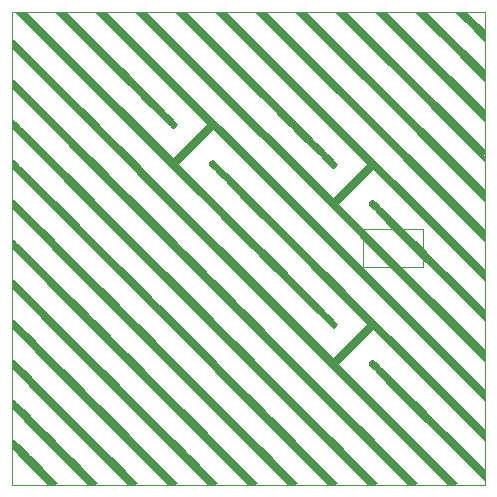
<source format=gbr>
G04 #@! TF.GenerationSoftware,KiCad,Pcbnew,(5.1.4)-1*
G04 #@! TF.CreationDate,2019-10-09T21:16:12+02:00*
G04 #@! TF.ProjectId,Front,46726f6e-742e-46b6-9963-61645f706362,rev?*
G04 #@! TF.SameCoordinates,Original*
G04 #@! TF.FileFunction,Legend,Bot*
G04 #@! TF.FilePolarity,Positive*
%FSLAX46Y46*%
G04 Gerber Fmt 4.6, Leading zero omitted, Abs format (unit mm)*
G04 Created by KiCad (PCBNEW (5.1.4)-1) date 2019-10-09 21:16:12*
%MOMM*%
%LPD*%
G04 APERTURE LIST*
%ADD10C,0.100000*%
%ADD11C,0.010000*%
G04 APERTURE END LIST*
D10*
X225200000Y-121400000D02*
X230300000Y-121400000D01*
X225200000Y-124600000D02*
X225200000Y-121400000D01*
X230300000Y-124600000D02*
X225200000Y-124600000D01*
X230300000Y-121400000D02*
X230300000Y-124600000D01*
X195500000Y-143000000D02*
X195500000Y-103000000D01*
X235500000Y-143000000D02*
X195500000Y-143000000D01*
X235500000Y-103000000D02*
X235500000Y-143000000D01*
X195500000Y-103000000D02*
X235500000Y-103000000D01*
D11*
G36*
X199076918Y-142919176D02*
G01*
X199221497Y-142888256D01*
X199244000Y-142867095D01*
X199186420Y-142792244D01*
X199025671Y-142617075D01*
X198779743Y-142359569D01*
X198466624Y-142037708D01*
X198104303Y-141669472D01*
X197710767Y-141272844D01*
X197304007Y-140865804D01*
X196902009Y-140466334D01*
X196522764Y-140092416D01*
X196184259Y-139762031D01*
X195904482Y-139493160D01*
X195701424Y-139303784D01*
X195593071Y-139211886D01*
X195581445Y-139206000D01*
X195544874Y-139281965D01*
X195522244Y-139475258D01*
X195518667Y-139609074D01*
X195518667Y-140012148D01*
X196980049Y-141471741D01*
X198441431Y-142931333D01*
X198842716Y-142931333D01*
X199076918Y-142919176D01*
X199076918Y-142919176D01*
G37*
X199076918Y-142919176D02*
X199221497Y-142888256D01*
X199244000Y-142867095D01*
X199186420Y-142792244D01*
X199025671Y-142617075D01*
X198779743Y-142359569D01*
X198466624Y-142037708D01*
X198104303Y-141669472D01*
X197710767Y-141272844D01*
X197304007Y-140865804D01*
X196902009Y-140466334D01*
X196522764Y-140092416D01*
X196184259Y-139762031D01*
X195904482Y-139493160D01*
X195701424Y-139303784D01*
X195593071Y-139211886D01*
X195581445Y-139206000D01*
X195544874Y-139281965D01*
X195522244Y-139475258D01*
X195518667Y-139609074D01*
X195518667Y-140012148D01*
X196980049Y-141471741D01*
X198441431Y-142931333D01*
X198842716Y-142931333D01*
X199076918Y-142919176D01*
G36*
X202463277Y-142919257D02*
G01*
X202608043Y-142888538D01*
X202630667Y-142867451D01*
X202572580Y-142796719D01*
X202406891Y-142619832D01*
X202146457Y-142349645D01*
X201804134Y-141999014D01*
X201392779Y-141580794D01*
X200925249Y-141107839D01*
X200414400Y-140593007D01*
X199873089Y-140049151D01*
X199314173Y-139489127D01*
X198750508Y-138925791D01*
X198194951Y-138371997D01*
X197660359Y-137840602D01*
X197159589Y-137344459D01*
X196705496Y-136896426D01*
X196310939Y-136509356D01*
X195988773Y-136196105D01*
X195751855Y-135969529D01*
X195613042Y-135842483D01*
X195581788Y-135819333D01*
X195544999Y-135895293D01*
X195522248Y-136088548D01*
X195518667Y-136221924D01*
X195518667Y-136624514D01*
X198672918Y-139777924D01*
X201827169Y-142931333D01*
X202228918Y-142931333D01*
X202463277Y-142919257D01*
X202463277Y-142919257D01*
G37*
X202463277Y-142919257D02*
X202608043Y-142888538D01*
X202630667Y-142867451D01*
X202572580Y-142796719D01*
X202406891Y-142619832D01*
X202146457Y-142349645D01*
X201804134Y-141999014D01*
X201392779Y-141580794D01*
X200925249Y-141107839D01*
X200414400Y-140593007D01*
X199873089Y-140049151D01*
X199314173Y-139489127D01*
X198750508Y-138925791D01*
X198194951Y-138371997D01*
X197660359Y-137840602D01*
X197159589Y-137344459D01*
X196705496Y-136896426D01*
X196310939Y-136509356D01*
X195988773Y-136196105D01*
X195751855Y-135969529D01*
X195613042Y-135842483D01*
X195581788Y-135819333D01*
X195544999Y-135895293D01*
X195522248Y-136088548D01*
X195518667Y-136221924D01*
X195518667Y-136624514D01*
X198672918Y-139777924D01*
X201827169Y-142931333D01*
X202228918Y-142931333D01*
X202463277Y-142919257D01*
G36*
X235481333Y-141788900D02*
G01*
X230803786Y-137110784D01*
X230064359Y-136372912D01*
X229357610Y-135670845D01*
X228692906Y-135013692D01*
X228079611Y-134410564D01*
X227527093Y-133870572D01*
X227044716Y-133402827D01*
X226641847Y-133016440D01*
X226327851Y-132720521D01*
X226112094Y-132524181D01*
X226003942Y-132436530D01*
X225994719Y-132432667D01*
X225820812Y-132488950D01*
X225761600Y-132534267D01*
X225670734Y-132697982D01*
X225660000Y-132767374D01*
X225718568Y-132846190D01*
X225888347Y-133035251D01*
X226160444Y-133325430D01*
X226525971Y-133707598D01*
X226976037Y-134172628D01*
X227501751Y-134711393D01*
X228094224Y-135314766D01*
X228744564Y-135973619D01*
X229443881Y-136678824D01*
X230183286Y-137421255D01*
X230570667Y-137809000D01*
X235481333Y-142719119D01*
X235481333Y-141788900D01*
X235481333Y-141788900D01*
G37*
X235481333Y-141788900D02*
X230803786Y-137110784D01*
X230064359Y-136372912D01*
X229357610Y-135670845D01*
X228692906Y-135013692D01*
X228079611Y-134410564D01*
X227527093Y-133870572D01*
X227044716Y-133402827D01*
X226641847Y-133016440D01*
X226327851Y-132720521D01*
X226112094Y-132524181D01*
X226003942Y-132436530D01*
X225994719Y-132432667D01*
X225820812Y-132488950D01*
X225761600Y-132534267D01*
X225670734Y-132697982D01*
X225660000Y-132767374D01*
X225718568Y-132846190D01*
X225888347Y-133035251D01*
X226160444Y-133325430D01*
X226525971Y-133707598D01*
X226976037Y-134172628D01*
X227501751Y-134711393D01*
X228094224Y-135314766D01*
X228744564Y-135973619D01*
X229443881Y-136678824D01*
X230183286Y-137421255D01*
X230570667Y-137809000D01*
X235481333Y-142719119D01*
X235481333Y-141788900D01*
G36*
X205849849Y-142919284D02*
G01*
X205994672Y-142888634D01*
X206017333Y-142867575D01*
X205958979Y-142798749D01*
X205790939Y-142621206D01*
X205523750Y-142345483D01*
X205167946Y-141982114D01*
X204734065Y-141541635D01*
X204232640Y-141034580D01*
X203674208Y-140471485D01*
X203069304Y-139862885D01*
X202428464Y-139219314D01*
X201762223Y-138551308D01*
X201081118Y-137869402D01*
X200395682Y-137184130D01*
X199716453Y-136506029D01*
X199053966Y-135845632D01*
X198418756Y-135213476D01*
X197821359Y-134620094D01*
X197272310Y-134076023D01*
X196782145Y-133591797D01*
X196361400Y-133177951D01*
X196020609Y-132845021D01*
X195770310Y-132603540D01*
X195621037Y-132464046D01*
X195581910Y-132432667D01*
X195545044Y-132508625D01*
X195522250Y-132701868D01*
X195518667Y-132835110D01*
X195518667Y-133237552D01*
X200366107Y-138084443D01*
X205213547Y-142931333D01*
X205615440Y-142931333D01*
X205849849Y-142919284D01*
X205849849Y-142919284D01*
G37*
X205849849Y-142919284D02*
X205994672Y-142888634D01*
X206017333Y-142867575D01*
X205958979Y-142798749D01*
X205790939Y-142621206D01*
X205523750Y-142345483D01*
X205167946Y-141982114D01*
X204734065Y-141541635D01*
X204232640Y-141034580D01*
X203674208Y-140471485D01*
X203069304Y-139862885D01*
X202428464Y-139219314D01*
X201762223Y-138551308D01*
X201081118Y-137869402D01*
X200395682Y-137184130D01*
X199716453Y-136506029D01*
X199053966Y-135845632D01*
X198418756Y-135213476D01*
X197821359Y-134620094D01*
X197272310Y-134076023D01*
X196782145Y-133591797D01*
X196361400Y-133177951D01*
X196020609Y-132845021D01*
X195770310Y-132603540D01*
X195621037Y-132464046D01*
X195581910Y-132432667D01*
X195545044Y-132508625D01*
X195522250Y-132701868D01*
X195518667Y-132835110D01*
X195518667Y-133237552D01*
X200366107Y-138084443D01*
X205213547Y-142931333D01*
X205615440Y-142931333D01*
X205849849Y-142919284D01*
G36*
X209236469Y-142919298D02*
G01*
X209381320Y-142888683D01*
X209404000Y-142867639D01*
X209345473Y-142799969D01*
X209175986Y-142622068D01*
X208904680Y-142343077D01*
X208540695Y-141972135D01*
X208093172Y-141518384D01*
X207571253Y-140990964D01*
X206984077Y-140399015D01*
X206340785Y-139751677D01*
X205650518Y-139058092D01*
X204922418Y-138327399D01*
X204165624Y-137568740D01*
X203389277Y-136791254D01*
X202602518Y-136004083D01*
X201814489Y-135216366D01*
X201034328Y-134437244D01*
X200271178Y-133675858D01*
X199534180Y-132941348D01*
X198832472Y-132242854D01*
X198175198Y-131589518D01*
X197571496Y-130990479D01*
X197030509Y-130454878D01*
X196561376Y-129991855D01*
X196173239Y-129610552D01*
X195875238Y-129320108D01*
X195676514Y-129129664D01*
X195586208Y-129048360D01*
X195581973Y-129046000D01*
X195545067Y-129121957D01*
X195522251Y-129315195D01*
X195518667Y-129448372D01*
X195518667Y-129850743D01*
X202059370Y-136391038D01*
X208600074Y-142931333D01*
X209002037Y-142931333D01*
X209236469Y-142919298D01*
X209236469Y-142919298D01*
G37*
X209236469Y-142919298D02*
X209381320Y-142888683D01*
X209404000Y-142867639D01*
X209345473Y-142799969D01*
X209175986Y-142622068D01*
X208904680Y-142343077D01*
X208540695Y-141972135D01*
X208093172Y-141518384D01*
X207571253Y-140990964D01*
X206984077Y-140399015D01*
X206340785Y-139751677D01*
X205650518Y-139058092D01*
X204922418Y-138327399D01*
X204165624Y-137568740D01*
X203389277Y-136791254D01*
X202602518Y-136004083D01*
X201814489Y-135216366D01*
X201034328Y-134437244D01*
X200271178Y-133675858D01*
X199534180Y-132941348D01*
X198832472Y-132242854D01*
X198175198Y-131589518D01*
X197571496Y-130990479D01*
X197030509Y-130454878D01*
X196561376Y-129991855D01*
X196173239Y-129610552D01*
X195875238Y-129320108D01*
X195676514Y-129129664D01*
X195586208Y-129048360D01*
X195581973Y-129046000D01*
X195545067Y-129121957D01*
X195522251Y-129315195D01*
X195518667Y-129448372D01*
X195518667Y-129850743D01*
X202059370Y-136391038D01*
X208600074Y-142931333D01*
X209002037Y-142931333D01*
X209236469Y-142919298D01*
G36*
X212623108Y-142919307D02*
G01*
X212767976Y-142888713D01*
X212790667Y-142867677D01*
X212732016Y-142800806D01*
X212561523Y-142622675D01*
X212287370Y-142341469D01*
X211917743Y-141965372D01*
X211460826Y-141502569D01*
X210924804Y-140961244D01*
X210317862Y-140349583D01*
X209648185Y-139675769D01*
X208923957Y-138947987D01*
X208153363Y-138174422D01*
X207344587Y-137363258D01*
X206505815Y-136522680D01*
X205645231Y-135660873D01*
X204771020Y-134786020D01*
X203891367Y-133906307D01*
X203014455Y-133029918D01*
X202148471Y-132165038D01*
X201301598Y-131319851D01*
X200482021Y-130502542D01*
X199697926Y-129721295D01*
X198957496Y-128984295D01*
X198268917Y-128299726D01*
X197640373Y-127675774D01*
X197080049Y-127120622D01*
X196596129Y-126642455D01*
X196196799Y-126249458D01*
X195890243Y-125949815D01*
X195684645Y-125751711D01*
X195588191Y-125663330D01*
X195582011Y-125659333D01*
X195545081Y-125735290D01*
X195522252Y-125928524D01*
X195518667Y-126061663D01*
X195518667Y-126463992D01*
X203752662Y-134697663D01*
X211986657Y-142931333D01*
X212388662Y-142931333D01*
X212623108Y-142919307D01*
X212623108Y-142919307D01*
G37*
X212623108Y-142919307D02*
X212767976Y-142888713D01*
X212790667Y-142867677D01*
X212732016Y-142800806D01*
X212561523Y-142622675D01*
X212287370Y-142341469D01*
X211917743Y-141965372D01*
X211460826Y-141502569D01*
X210924804Y-140961244D01*
X210317862Y-140349583D01*
X209648185Y-139675769D01*
X208923957Y-138947987D01*
X208153363Y-138174422D01*
X207344587Y-137363258D01*
X206505815Y-136522680D01*
X205645231Y-135660873D01*
X204771020Y-134786020D01*
X203891367Y-133906307D01*
X203014455Y-133029918D01*
X202148471Y-132165038D01*
X201301598Y-131319851D01*
X200482021Y-130502542D01*
X199697926Y-129721295D01*
X198957496Y-128984295D01*
X198268917Y-128299726D01*
X197640373Y-127675774D01*
X197080049Y-127120622D01*
X196596129Y-126642455D01*
X196196799Y-126249458D01*
X195890243Y-125949815D01*
X195684645Y-125751711D01*
X195588191Y-125663330D01*
X195582011Y-125659333D01*
X195545081Y-125735290D01*
X195522252Y-125928524D01*
X195518667Y-126061663D01*
X195518667Y-126463992D01*
X203752662Y-134697663D01*
X211986657Y-142931333D01*
X212388662Y-142931333D01*
X212623108Y-142919307D01*
G36*
X216009757Y-142919312D02*
G01*
X216154636Y-142888732D01*
X216177333Y-142867703D01*
X216118589Y-142801425D01*
X215947342Y-142623132D01*
X215671070Y-142340299D01*
X215297248Y-141960405D01*
X214833354Y-141490925D01*
X214286866Y-140939338D01*
X213665260Y-140313119D01*
X212976014Y-139619746D01*
X212226604Y-138866697D01*
X211424507Y-138061447D01*
X210577201Y-137211474D01*
X209692163Y-136324254D01*
X208776869Y-135407266D01*
X207838798Y-134467985D01*
X206885425Y-133513889D01*
X205924228Y-132552455D01*
X204962684Y-131591160D01*
X204008271Y-130637480D01*
X203068464Y-129698893D01*
X202150742Y-128782875D01*
X201262581Y-127896904D01*
X200411459Y-127048457D01*
X199604851Y-126245010D01*
X198850237Y-125494040D01*
X198155092Y-124803025D01*
X197526894Y-124179442D01*
X196973119Y-123630767D01*
X196501245Y-123164478D01*
X196118749Y-122788051D01*
X195833108Y-122508963D01*
X195651799Y-122334691D01*
X195582299Y-122272713D01*
X195582036Y-122272667D01*
X195545091Y-122348623D01*
X195522253Y-122541855D01*
X195518667Y-122674969D01*
X195518667Y-123077270D01*
X205445968Y-133004302D01*
X215373269Y-142931333D01*
X215775301Y-142931333D01*
X216009757Y-142919312D01*
X216009757Y-142919312D01*
G37*
X216009757Y-142919312D02*
X216154636Y-142888732D01*
X216177333Y-142867703D01*
X216118589Y-142801425D01*
X215947342Y-142623132D01*
X215671070Y-142340299D01*
X215297248Y-141960405D01*
X214833354Y-141490925D01*
X214286866Y-140939338D01*
X213665260Y-140313119D01*
X212976014Y-139619746D01*
X212226604Y-138866697D01*
X211424507Y-138061447D01*
X210577201Y-137211474D01*
X209692163Y-136324254D01*
X208776869Y-135407266D01*
X207838798Y-134467985D01*
X206885425Y-133513889D01*
X205924228Y-132552455D01*
X204962684Y-131591160D01*
X204008271Y-130637480D01*
X203068464Y-129698893D01*
X202150742Y-128782875D01*
X201262581Y-127896904D01*
X200411459Y-127048457D01*
X199604851Y-126245010D01*
X198850237Y-125494040D01*
X198155092Y-124803025D01*
X197526894Y-124179442D01*
X196973119Y-123630767D01*
X196501245Y-123164478D01*
X196118749Y-122788051D01*
X195833108Y-122508963D01*
X195651799Y-122334691D01*
X195582299Y-122272713D01*
X195582036Y-122272667D01*
X195545091Y-122348623D01*
X195522253Y-122541855D01*
X195518667Y-122674969D01*
X195518667Y-123077270D01*
X205445968Y-133004302D01*
X215373269Y-142931333D01*
X215775301Y-142931333D01*
X216009757Y-142919312D01*
G36*
X235481333Y-128242234D02*
G01*
X230803786Y-123564117D01*
X230064359Y-122826246D01*
X229357610Y-122124178D01*
X228692906Y-121467025D01*
X228079611Y-120863897D01*
X227527093Y-120323906D01*
X227044716Y-119856161D01*
X226641847Y-119469773D01*
X226327851Y-119173854D01*
X226112094Y-118977514D01*
X226003942Y-118889864D01*
X225994719Y-118886000D01*
X225820812Y-118942283D01*
X225761600Y-118987600D01*
X225670734Y-119151315D01*
X225660000Y-119220707D01*
X225718568Y-119299524D01*
X225888347Y-119488585D01*
X226160444Y-119778763D01*
X226525971Y-120160931D01*
X226976037Y-120625961D01*
X227501751Y-121164727D01*
X228094224Y-121768100D01*
X228744564Y-122426952D01*
X229443881Y-123132158D01*
X230183286Y-123874588D01*
X230570667Y-124262333D01*
X235481333Y-129172453D01*
X235481333Y-128242234D01*
X235481333Y-128242234D01*
G37*
X235481333Y-128242234D02*
X230803786Y-123564117D01*
X230064359Y-122826246D01*
X229357610Y-122124178D01*
X228692906Y-121467025D01*
X228079611Y-120863897D01*
X227527093Y-120323906D01*
X227044716Y-119856161D01*
X226641847Y-119469773D01*
X226327851Y-119173854D01*
X226112094Y-118977514D01*
X226003942Y-118889864D01*
X225994719Y-118886000D01*
X225820812Y-118942283D01*
X225761600Y-118987600D01*
X225670734Y-119151315D01*
X225660000Y-119220707D01*
X225718568Y-119299524D01*
X225888347Y-119488585D01*
X226160444Y-119778763D01*
X226525971Y-120160931D01*
X226976037Y-120625961D01*
X227501751Y-121164727D01*
X228094224Y-121768100D01*
X228744564Y-122426952D01*
X229443881Y-123132158D01*
X230183286Y-123874588D01*
X230570667Y-124262333D01*
X235481333Y-129172453D01*
X235481333Y-128242234D01*
G36*
X219396410Y-142919316D02*
G01*
X219541297Y-142888746D01*
X219564000Y-142867721D01*
X219505181Y-142801908D01*
X219333344Y-142623492D01*
X219055412Y-142339401D01*
X218678314Y-141956560D01*
X218208974Y-141481896D01*
X217654319Y-140922334D01*
X217021275Y-140284800D01*
X216316768Y-139576220D01*
X215547724Y-138803521D01*
X214721068Y-137973628D01*
X213843728Y-137093468D01*
X212922629Y-136169965D01*
X211964697Y-135210047D01*
X210976859Y-134220639D01*
X209966040Y-133208668D01*
X208939166Y-132181059D01*
X207903163Y-131144737D01*
X206864958Y-130106631D01*
X205831477Y-129073664D01*
X204809645Y-128052764D01*
X203806389Y-127050855D01*
X202828635Y-126074865D01*
X201883308Y-125131719D01*
X200977335Y-124228344D01*
X200117642Y-123371664D01*
X199311155Y-122568607D01*
X198564800Y-121826098D01*
X197885503Y-121151063D01*
X197280191Y-120550428D01*
X196755788Y-120031119D01*
X196319222Y-119600063D01*
X195977417Y-119264185D01*
X195737302Y-119030410D01*
X195605800Y-118905666D01*
X195582055Y-118886000D01*
X195545098Y-118961956D01*
X195522253Y-119155187D01*
X195518667Y-119288282D01*
X195518667Y-119690564D01*
X207139282Y-131310949D01*
X218759897Y-142931333D01*
X219161948Y-142931333D01*
X219396410Y-142919316D01*
X219396410Y-142919316D01*
G37*
X219396410Y-142919316D02*
X219541297Y-142888746D01*
X219564000Y-142867721D01*
X219505181Y-142801908D01*
X219333344Y-142623492D01*
X219055412Y-142339401D01*
X218678314Y-141956560D01*
X218208974Y-141481896D01*
X217654319Y-140922334D01*
X217021275Y-140284800D01*
X216316768Y-139576220D01*
X215547724Y-138803521D01*
X214721068Y-137973628D01*
X213843728Y-137093468D01*
X212922629Y-136169965D01*
X211964697Y-135210047D01*
X210976859Y-134220639D01*
X209966040Y-133208668D01*
X208939166Y-132181059D01*
X207903163Y-131144737D01*
X206864958Y-130106631D01*
X205831477Y-129073664D01*
X204809645Y-128052764D01*
X203806389Y-127050855D01*
X202828635Y-126074865D01*
X201883308Y-125131719D01*
X200977335Y-124228344D01*
X200117642Y-123371664D01*
X199311155Y-122568607D01*
X198564800Y-121826098D01*
X197885503Y-121151063D01*
X197280191Y-120550428D01*
X196755788Y-120031119D01*
X196319222Y-119600063D01*
X195977417Y-119264185D01*
X195737302Y-119030410D01*
X195605800Y-118905666D01*
X195582055Y-118886000D01*
X195545098Y-118961956D01*
X195522253Y-119155187D01*
X195518667Y-119288282D01*
X195518667Y-119690564D01*
X207139282Y-131310949D01*
X218759897Y-142931333D01*
X219161948Y-142931333D01*
X219396410Y-142919316D01*
G36*
X222782934Y-142919325D02*
G01*
X222927907Y-142888776D01*
X222950667Y-142867735D01*
X222891787Y-142802297D01*
X222719469Y-142623786D01*
X222440195Y-142338684D01*
X222060444Y-141953472D01*
X221586700Y-141474631D01*
X221025442Y-140908643D01*
X220383152Y-140261988D01*
X219666312Y-139541148D01*
X218881403Y-138752605D01*
X218034906Y-137902839D01*
X217133302Y-136998332D01*
X216183073Y-136045564D01*
X215190700Y-135051018D01*
X214162664Y-134021174D01*
X213105447Y-132962514D01*
X212025529Y-131881519D01*
X210929393Y-130784670D01*
X209823519Y-129678449D01*
X208714389Y-128569336D01*
X207608483Y-127463812D01*
X206512284Y-126368360D01*
X205432273Y-125289461D01*
X204374930Y-124233595D01*
X203346737Y-123207244D01*
X202354176Y-122216888D01*
X201403728Y-121269011D01*
X200501873Y-120370091D01*
X199655094Y-119526612D01*
X198869871Y-118745053D01*
X198152686Y-118031897D01*
X197510020Y-117393625D01*
X196948355Y-116836717D01*
X196474172Y-116367655D01*
X196093951Y-115992920D01*
X195814175Y-115718994D01*
X195641324Y-115552358D01*
X195582069Y-115499333D01*
X195545095Y-115575287D01*
X195522247Y-115768501D01*
X195518667Y-115901400D01*
X195518667Y-116303466D01*
X208832399Y-129617400D01*
X222146132Y-142931333D01*
X222548399Y-142931333D01*
X222782934Y-142919325D01*
X222782934Y-142919325D01*
G37*
X222782934Y-142919325D02*
X222927907Y-142888776D01*
X222950667Y-142867735D01*
X222891787Y-142802297D01*
X222719469Y-142623786D01*
X222440195Y-142338684D01*
X222060444Y-141953472D01*
X221586700Y-141474631D01*
X221025442Y-140908643D01*
X220383152Y-140261988D01*
X219666312Y-139541148D01*
X218881403Y-138752605D01*
X218034906Y-137902839D01*
X217133302Y-136998332D01*
X216183073Y-136045564D01*
X215190700Y-135051018D01*
X214162664Y-134021174D01*
X213105447Y-132962514D01*
X212025529Y-131881519D01*
X210929393Y-130784670D01*
X209823519Y-129678449D01*
X208714389Y-128569336D01*
X207608483Y-127463812D01*
X206512284Y-126368360D01*
X205432273Y-125289461D01*
X204374930Y-124233595D01*
X203346737Y-123207244D01*
X202354176Y-122216888D01*
X201403728Y-121269011D01*
X200501873Y-120370091D01*
X199655094Y-119526612D01*
X198869871Y-118745053D01*
X198152686Y-118031897D01*
X197510020Y-117393625D01*
X196948355Y-116836717D01*
X196474172Y-116367655D01*
X196093951Y-115992920D01*
X195814175Y-115718994D01*
X195641324Y-115552358D01*
X195582069Y-115499333D01*
X195545095Y-115575287D01*
X195522247Y-115768501D01*
X195518667Y-115901400D01*
X195518667Y-116303466D01*
X208832399Y-129617400D01*
X222146132Y-142931333D01*
X222548399Y-142931333D01*
X222782934Y-142919325D01*
G36*
X226169727Y-142919322D02*
G01*
X226314624Y-142888765D01*
X226337333Y-142867746D01*
X226278402Y-142802620D01*
X226105685Y-142624032D01*
X225825293Y-142338095D01*
X225443339Y-141950921D01*
X224965936Y-141468623D01*
X224399196Y-140897313D01*
X223749232Y-140243104D01*
X223022156Y-139512109D01*
X222224081Y-138710439D01*
X221361118Y-137844207D01*
X220439382Y-136919525D01*
X219464984Y-135942507D01*
X218444036Y-134919264D01*
X217382651Y-133855909D01*
X216286942Y-132758555D01*
X215163021Y-131633313D01*
X214017001Y-130486297D01*
X212854994Y-129323618D01*
X211683113Y-128151390D01*
X210507469Y-126975724D01*
X209334176Y-125802734D01*
X208169346Y-124638531D01*
X207019092Y-123489228D01*
X205889526Y-122360938D01*
X204786760Y-121259772D01*
X203716908Y-120191845D01*
X202686081Y-119163266D01*
X201700391Y-118180151D01*
X200765953Y-117248610D01*
X199888877Y-116374756D01*
X199075277Y-115564702D01*
X198331265Y-114824561D01*
X197662954Y-114160444D01*
X197076455Y-113578464D01*
X196577882Y-113084733D01*
X196173347Y-112685365D01*
X195868962Y-112386471D01*
X195670840Y-112194164D01*
X195585094Y-112114556D01*
X195582079Y-112112667D01*
X195545107Y-112188622D01*
X195522254Y-112381851D01*
X195518667Y-112514923D01*
X195518667Y-112917179D01*
X210525922Y-127924256D01*
X225533178Y-142931333D01*
X225935256Y-142931333D01*
X226169727Y-142919322D01*
X226169727Y-142919322D01*
G37*
X226169727Y-142919322D02*
X226314624Y-142888765D01*
X226337333Y-142867746D01*
X226278402Y-142802620D01*
X226105685Y-142624032D01*
X225825293Y-142338095D01*
X225443339Y-141950921D01*
X224965936Y-141468623D01*
X224399196Y-140897313D01*
X223749232Y-140243104D01*
X223022156Y-139512109D01*
X222224081Y-138710439D01*
X221361118Y-137844207D01*
X220439382Y-136919525D01*
X219464984Y-135942507D01*
X218444036Y-134919264D01*
X217382651Y-133855909D01*
X216286942Y-132758555D01*
X215163021Y-131633313D01*
X214017001Y-130486297D01*
X212854994Y-129323618D01*
X211683113Y-128151390D01*
X210507469Y-126975724D01*
X209334176Y-125802734D01*
X208169346Y-124638531D01*
X207019092Y-123489228D01*
X205889526Y-122360938D01*
X204786760Y-121259772D01*
X203716908Y-120191845D01*
X202686081Y-119163266D01*
X201700391Y-118180151D01*
X200765953Y-117248610D01*
X199888877Y-116374756D01*
X199075277Y-115564702D01*
X198331265Y-114824561D01*
X197662954Y-114160444D01*
X197076455Y-113578464D01*
X196577882Y-113084733D01*
X196173347Y-112685365D01*
X195868962Y-112386471D01*
X195670840Y-112194164D01*
X195585094Y-112114556D01*
X195582079Y-112112667D01*
X195545107Y-112188622D01*
X195522254Y-112381851D01*
X195518667Y-112514923D01*
X195518667Y-112917179D01*
X210525922Y-127924256D01*
X225533178Y-142931333D01*
X225935256Y-142931333D01*
X226169727Y-142919322D01*
G36*
X229556387Y-142919324D02*
G01*
X229701288Y-142888772D01*
X229724000Y-142867755D01*
X229665025Y-142802893D01*
X229491967Y-142624241D01*
X229210627Y-142337599D01*
X228826805Y-141948768D01*
X228346300Y-141463547D01*
X227774913Y-140887737D01*
X227118445Y-140227139D01*
X226382696Y-139487551D01*
X225573465Y-138674775D01*
X224696554Y-137794611D01*
X223757762Y-136852858D01*
X222762889Y-135855318D01*
X221717736Y-134807790D01*
X220628104Y-133716075D01*
X219499792Y-132585973D01*
X218338600Y-131423283D01*
X217150329Y-130233807D01*
X215940780Y-129023344D01*
X214715751Y-127797695D01*
X213481045Y-126562659D01*
X212242460Y-125324038D01*
X211005797Y-124087631D01*
X209776856Y-122859239D01*
X208561438Y-121644662D01*
X207365343Y-120449699D01*
X206194371Y-119280151D01*
X205054322Y-118141819D01*
X203950996Y-117040503D01*
X202890194Y-115982002D01*
X201877717Y-114972118D01*
X200919363Y-114016650D01*
X200020934Y-113121398D01*
X199188230Y-112292163D01*
X198427051Y-111534745D01*
X197743197Y-110854944D01*
X197142468Y-110258560D01*
X196630666Y-109751394D01*
X196213589Y-109339246D01*
X195897038Y-109027915D01*
X195686814Y-108823203D01*
X195588716Y-108730910D01*
X195582088Y-108726000D01*
X195545110Y-108801955D01*
X195522254Y-108995184D01*
X195518667Y-109128247D01*
X195518667Y-109530494D01*
X212219247Y-126230914D01*
X228919827Y-142931333D01*
X229321913Y-142931333D01*
X229556387Y-142919324D01*
X229556387Y-142919324D01*
G37*
X229556387Y-142919324D02*
X229701288Y-142888772D01*
X229724000Y-142867755D01*
X229665025Y-142802893D01*
X229491967Y-142624241D01*
X229210627Y-142337599D01*
X228826805Y-141948768D01*
X228346300Y-141463547D01*
X227774913Y-140887737D01*
X227118445Y-140227139D01*
X226382696Y-139487551D01*
X225573465Y-138674775D01*
X224696554Y-137794611D01*
X223757762Y-136852858D01*
X222762889Y-135855318D01*
X221717736Y-134807790D01*
X220628104Y-133716075D01*
X219499792Y-132585973D01*
X218338600Y-131423283D01*
X217150329Y-130233807D01*
X215940780Y-129023344D01*
X214715751Y-127797695D01*
X213481045Y-126562659D01*
X212242460Y-125324038D01*
X211005797Y-124087631D01*
X209776856Y-122859239D01*
X208561438Y-121644662D01*
X207365343Y-120449699D01*
X206194371Y-119280151D01*
X205054322Y-118141819D01*
X203950996Y-117040503D01*
X202890194Y-115982002D01*
X201877717Y-114972118D01*
X200919363Y-114016650D01*
X200020934Y-113121398D01*
X199188230Y-112292163D01*
X198427051Y-111534745D01*
X197743197Y-110854944D01*
X197142468Y-110258560D01*
X196630666Y-109751394D01*
X196213589Y-109339246D01*
X195897038Y-109027915D01*
X195686814Y-108823203D01*
X195588716Y-108730910D01*
X195582088Y-108726000D01*
X195545110Y-108801955D01*
X195522254Y-108995184D01*
X195518667Y-109128247D01*
X195518667Y-109530494D01*
X212219247Y-126230914D01*
X228919827Y-142931333D01*
X229321913Y-142931333D01*
X229556387Y-142919324D01*
G36*
X232942953Y-142919393D02*
G01*
X233087915Y-142889016D01*
X233110667Y-142868098D01*
X233052180Y-142799974D01*
X232882569Y-142621161D01*
X232610608Y-142340545D01*
X232245072Y-141967010D01*
X231794733Y-141509443D01*
X231268368Y-140976730D01*
X230674749Y-140377755D01*
X230022650Y-139721405D01*
X229320847Y-139016566D01*
X228578113Y-138272122D01*
X228094453Y-137788118D01*
X223078240Y-132771373D01*
X224538465Y-131311149D01*
X225998690Y-129850924D01*
X230740011Y-134591678D01*
X235481333Y-139332433D01*
X235481333Y-138401433D01*
X224030050Y-126950383D01*
X222867084Y-125788116D01*
X221735260Y-124658297D01*
X220640453Y-123566733D01*
X219588534Y-122519230D01*
X218585377Y-121521595D01*
X217636856Y-120579635D01*
X216748842Y-119699155D01*
X215927210Y-118885962D01*
X215177832Y-118145863D01*
X214506582Y-117484664D01*
X213919332Y-116908172D01*
X213421956Y-116422194D01*
X213020327Y-116032535D01*
X212720318Y-115745002D01*
X212527801Y-115565402D01*
X212448651Y-115499542D01*
X212447650Y-115499333D01*
X212252217Y-115572490D01*
X212127822Y-115746031D01*
X212113333Y-115833568D01*
X212172064Y-115909614D01*
X212343192Y-116097394D01*
X212619123Y-116389166D01*
X212992260Y-116777184D01*
X213455008Y-117253704D01*
X213999771Y-117810982D01*
X214618954Y-118441273D01*
X215304962Y-119136834D01*
X216050197Y-119889919D01*
X216847066Y-120692784D01*
X217687973Y-121537685D01*
X218565321Y-122416878D01*
X218822913Y-122674582D01*
X225532493Y-129384560D01*
X224072143Y-130844910D01*
X222611793Y-132305261D01*
X209128630Y-118822297D01*
X207866331Y-117560294D01*
X206635462Y-116330258D01*
X205441392Y-115137535D01*
X204289492Y-113987468D01*
X203185132Y-112885404D01*
X202133683Y-111836687D01*
X201140514Y-110846663D01*
X200210997Y-109920677D01*
X199350502Y-109064074D01*
X198564399Y-108282198D01*
X197858058Y-107580396D01*
X197236849Y-106964012D01*
X196706144Y-106438391D01*
X196271312Y-106008879D01*
X195937723Y-105680820D01*
X195710749Y-105459560D01*
X195595759Y-105350444D01*
X195582067Y-105339333D01*
X195545096Y-105415287D01*
X195522248Y-105608504D01*
X195518667Y-105741427D01*
X195518667Y-106143521D01*
X232306187Y-142931333D01*
X232708427Y-142931333D01*
X232942953Y-142919393D01*
X232942953Y-142919393D01*
G37*
X232942953Y-142919393D02*
X233087915Y-142889016D01*
X233110667Y-142868098D01*
X233052180Y-142799974D01*
X232882569Y-142621161D01*
X232610608Y-142340545D01*
X232245072Y-141967010D01*
X231794733Y-141509443D01*
X231268368Y-140976730D01*
X230674749Y-140377755D01*
X230022650Y-139721405D01*
X229320847Y-139016566D01*
X228578113Y-138272122D01*
X228094453Y-137788118D01*
X223078240Y-132771373D01*
X224538465Y-131311149D01*
X225998690Y-129850924D01*
X230740011Y-134591678D01*
X235481333Y-139332433D01*
X235481333Y-138401433D01*
X224030050Y-126950383D01*
X222867084Y-125788116D01*
X221735260Y-124658297D01*
X220640453Y-123566733D01*
X219588534Y-122519230D01*
X218585377Y-121521595D01*
X217636856Y-120579635D01*
X216748842Y-119699155D01*
X215927210Y-118885962D01*
X215177832Y-118145863D01*
X214506582Y-117484664D01*
X213919332Y-116908172D01*
X213421956Y-116422194D01*
X213020327Y-116032535D01*
X212720318Y-115745002D01*
X212527801Y-115565402D01*
X212448651Y-115499542D01*
X212447650Y-115499333D01*
X212252217Y-115572490D01*
X212127822Y-115746031D01*
X212113333Y-115833568D01*
X212172064Y-115909614D01*
X212343192Y-116097394D01*
X212619123Y-116389166D01*
X212992260Y-116777184D01*
X213455008Y-117253704D01*
X213999771Y-117810982D01*
X214618954Y-118441273D01*
X215304962Y-119136834D01*
X216050197Y-119889919D01*
X216847066Y-120692784D01*
X217687973Y-121537685D01*
X218565321Y-122416878D01*
X218822913Y-122674582D01*
X225532493Y-129384560D01*
X224072143Y-130844910D01*
X222611793Y-132305261D01*
X209128630Y-118822297D01*
X207866331Y-117560294D01*
X206635462Y-116330258D01*
X205441392Y-115137535D01*
X204289492Y-113987468D01*
X203185132Y-112885404D01*
X202133683Y-111836687D01*
X201140514Y-110846663D01*
X200210997Y-109920677D01*
X199350502Y-109064074D01*
X198564399Y-108282198D01*
X197858058Y-107580396D01*
X197236849Y-106964012D01*
X196706144Y-106438391D01*
X196271312Y-106008879D01*
X195937723Y-105680820D01*
X195710749Y-105459560D01*
X195595759Y-105350444D01*
X195582067Y-105339333D01*
X195545096Y-105415287D01*
X195522248Y-105608504D01*
X195518667Y-105741427D01*
X195518667Y-106143521D01*
X232306187Y-142931333D01*
X232708427Y-142931333D01*
X232942953Y-142919393D01*
G36*
X235465098Y-104987893D02*
G01*
X235491197Y-104548087D01*
X234704770Y-103758377D01*
X233918344Y-102968667D01*
X232985857Y-102968667D01*
X234212428Y-104198183D01*
X235439000Y-105427700D01*
X235465098Y-104987893D01*
X235465098Y-104987893D01*
G37*
X235465098Y-104987893D02*
X235491197Y-104548087D01*
X234704770Y-103758377D01*
X233918344Y-102968667D01*
X232985857Y-102968667D01*
X234212428Y-104198183D01*
X235439000Y-105427700D01*
X235465098Y-104987893D01*
G36*
X235465134Y-108372880D02*
G01*
X235491269Y-107932666D01*
X233010339Y-105450666D01*
X230529410Y-102968667D01*
X229597920Y-102968667D01*
X232518460Y-105890880D01*
X235439000Y-108813094D01*
X235465134Y-108372880D01*
X235465134Y-108372880D01*
G37*
X235465134Y-108372880D02*
X235491269Y-107932666D01*
X233010339Y-105450666D01*
X230529410Y-102968667D01*
X229597920Y-102968667D01*
X232518460Y-105890880D01*
X235439000Y-108813094D01*
X235465134Y-108372880D01*
G36*
X235465142Y-111759172D02*
G01*
X235491283Y-111318920D01*
X231316796Y-107143794D01*
X227142308Y-102968667D01*
X226210916Y-102968667D01*
X235439000Y-112199423D01*
X235465142Y-111759172D01*
X235465142Y-111759172D01*
G37*
X235465142Y-111759172D02*
X235491283Y-111318920D01*
X231316796Y-107143794D01*
X227142308Y-102968667D01*
X226210916Y-102968667D01*
X235439000Y-112199423D01*
X235465142Y-111759172D01*
G36*
X235491290Y-114705411D02*
G01*
X229623373Y-108837039D01*
X223755457Y-102968667D01*
X222824093Y-102968667D01*
X229131546Y-109277300D01*
X235439000Y-115585933D01*
X235491290Y-114705411D01*
X235491290Y-114705411D01*
G37*
X235491290Y-114705411D02*
X229623373Y-108837039D01*
X223755457Y-102968667D01*
X222824093Y-102968667D01*
X229131546Y-109277300D01*
X235439000Y-115585933D01*
X235491290Y-114705411D01*
G36*
X235465146Y-118532245D02*
G01*
X235491293Y-118091980D01*
X227929990Y-110530323D01*
X220368688Y-102968667D01*
X219437336Y-102968667D01*
X227438168Y-110970588D01*
X235439000Y-118972510D01*
X235465146Y-118532245D01*
X235465146Y-118532245D01*
G37*
X235465146Y-118532245D02*
X235491293Y-118091980D01*
X227929990Y-110530323D01*
X220368688Y-102968667D01*
X219437336Y-102968667D01*
X227438168Y-110970588D01*
X235439000Y-118972510D01*
X235465146Y-118532245D01*
G36*
X235465147Y-121918851D02*
G01*
X235491295Y-121478584D01*
X226236626Y-112223626D01*
X216981956Y-102968667D01*
X216050610Y-102968667D01*
X225744805Y-112663893D01*
X235439000Y-122359118D01*
X235465147Y-121918851D01*
X235465147Y-121918851D01*
G37*
X235465147Y-121918851D02*
X235491295Y-121478584D01*
X226236626Y-112223626D01*
X216981956Y-102968667D01*
X216050610Y-102968667D01*
X225744805Y-112663893D01*
X235439000Y-122359118D01*
X235465147Y-121918851D01*
G36*
X222811823Y-116103460D02*
G01*
X222936227Y-115929638D01*
X222950667Y-115842023D01*
X222891958Y-115765506D01*
X222721031Y-115577487D01*
X222445682Y-115285926D01*
X222073708Y-114898779D01*
X221612905Y-114424002D01*
X221071070Y-113869554D01*
X220456001Y-113243391D01*
X219775493Y-112553469D01*
X219037343Y-111807747D01*
X218249349Y-111014182D01*
X217419306Y-110180729D01*
X216579291Y-109339623D01*
X210207915Y-102968667D01*
X209277407Y-102968667D01*
X215881000Y-109572667D01*
X216761440Y-110451992D01*
X217609793Y-111296993D01*
X218418250Y-112100010D01*
X219179001Y-112853389D01*
X219884238Y-113549470D01*
X220526152Y-114180598D01*
X221096933Y-114739114D01*
X221588771Y-115217361D01*
X221993859Y-115607683D01*
X222304386Y-115902422D01*
X222512544Y-116093920D01*
X222610523Y-116174521D01*
X222616030Y-116176667D01*
X222811823Y-116103460D01*
X222811823Y-116103460D01*
G37*
X222811823Y-116103460D02*
X222936227Y-115929638D01*
X222950667Y-115842023D01*
X222891958Y-115765506D01*
X222721031Y-115577487D01*
X222445682Y-115285926D01*
X222073708Y-114898779D01*
X221612905Y-114424002D01*
X221071070Y-113869554D01*
X220456001Y-113243391D01*
X219775493Y-112553469D01*
X219037343Y-111807747D01*
X218249349Y-111014182D01*
X217419306Y-110180729D01*
X216579291Y-109339623D01*
X210207915Y-102968667D01*
X209277407Y-102968667D01*
X215881000Y-109572667D01*
X216761440Y-110451992D01*
X217609793Y-111296993D01*
X218418250Y-112100010D01*
X219179001Y-112853389D01*
X219884238Y-113549470D01*
X220526152Y-114180598D01*
X221096933Y-114739114D01*
X221588771Y-115217361D01*
X221993859Y-115607683D01*
X222304386Y-115902422D01*
X222512544Y-116093920D01*
X222610523Y-116174521D01*
X222616030Y-116176667D01*
X222811823Y-116103460D01*
G36*
X235465145Y-132078872D02*
G01*
X235491290Y-131638720D01*
X229284740Y-125431739D01*
X223078189Y-119224758D01*
X225998690Y-116304257D01*
X230740011Y-121045012D01*
X235481333Y-125785767D01*
X235481333Y-124854755D01*
X224538044Y-113911711D01*
X213594756Y-102968667D01*
X212664084Y-102968667D01*
X219098284Y-109403285D01*
X225532484Y-115837902D01*
X224072174Y-117298213D01*
X222611863Y-118758524D01*
X214716596Y-110863595D01*
X206821329Y-102968667D01*
X205890515Y-102968667D01*
X220664757Y-117743845D01*
X235439000Y-132519023D01*
X235465145Y-132078872D01*
X235465145Y-132078872D01*
G37*
X235465145Y-132078872D02*
X235491290Y-131638720D01*
X229284740Y-125431739D01*
X223078189Y-119224758D01*
X225998690Y-116304257D01*
X230740011Y-121045012D01*
X235481333Y-125785767D01*
X235481333Y-124854755D01*
X224538044Y-113911711D01*
X213594756Y-102968667D01*
X212664084Y-102968667D01*
X219098284Y-109403285D01*
X225532484Y-115837902D01*
X224072174Y-117298213D01*
X222611863Y-118758524D01*
X214716596Y-110863595D01*
X206821329Y-102968667D01*
X205890515Y-102968667D01*
X220664757Y-117743845D01*
X235439000Y-132519023D01*
X235465145Y-132078872D01*
G36*
X209264962Y-112716929D02*
G01*
X209389471Y-112543505D01*
X209404000Y-112455850D01*
X209345467Y-112376656D01*
X209175941Y-112187457D01*
X208904531Y-111897620D01*
X208540348Y-111516509D01*
X208092499Y-111053491D01*
X207570096Y-110517930D01*
X206982247Y-109919194D01*
X206338061Y-109266646D01*
X205646649Y-108569654D01*
X204917119Y-107837582D01*
X204726453Y-107646784D01*
X200048905Y-102968667D01*
X199117547Y-102968667D01*
X204027666Y-107879333D01*
X204785484Y-108635667D01*
X205510704Y-109356421D01*
X206194200Y-110032705D01*
X206826844Y-110655630D01*
X207399508Y-111216304D01*
X207903065Y-111705837D01*
X208328388Y-112115339D01*
X208666349Y-112435920D01*
X208907821Y-112658689D01*
X209043676Y-112774755D01*
X209069293Y-112790000D01*
X209264962Y-112716929D01*
X209264962Y-112716929D01*
G37*
X209264962Y-112716929D02*
X209389471Y-112543505D01*
X209404000Y-112455850D01*
X209345467Y-112376656D01*
X209175941Y-112187457D01*
X208904531Y-111897620D01*
X208540348Y-111516509D01*
X208092499Y-111053491D01*
X207570096Y-110517930D01*
X206982247Y-109919194D01*
X206338061Y-109266646D01*
X205646649Y-108569654D01*
X204917119Y-107837582D01*
X204726453Y-107646784D01*
X200048905Y-102968667D01*
X199117547Y-102968667D01*
X204027666Y-107879333D01*
X204785484Y-108635667D01*
X205510704Y-109356421D01*
X206194200Y-110032705D01*
X206826844Y-110655630D01*
X207399508Y-111216304D01*
X207903065Y-111705837D01*
X208328388Y-112115339D01*
X208666349Y-112435920D01*
X208907821Y-112658689D01*
X209043676Y-112774755D01*
X209069293Y-112790000D01*
X209264962Y-112716929D01*
G36*
X235481333Y-135014833D02*
G01*
X203434833Y-102968667D01*
X202504233Y-102968667D01*
X207244988Y-107709989D01*
X211985743Y-112451310D01*
X209065242Y-115371811D01*
X202863240Y-109170239D01*
X196661237Y-102968667D01*
X195730534Y-102968667D01*
X209107666Y-116346000D01*
X210365580Y-117603353D01*
X211592610Y-118828697D01*
X212783332Y-120016662D01*
X213932324Y-121161877D01*
X215034161Y-122258972D01*
X216083420Y-123302574D01*
X217074679Y-124287314D01*
X218002512Y-125207820D01*
X218861497Y-126058721D01*
X219646209Y-126834648D01*
X220351227Y-127530228D01*
X220971125Y-128140091D01*
X221500481Y-128658866D01*
X221933871Y-129081182D01*
X222265871Y-129401668D01*
X222491058Y-129614954D01*
X222604008Y-129715668D01*
X222616133Y-129723333D01*
X222811714Y-129650213D01*
X222936164Y-129476699D01*
X222950667Y-129389099D01*
X222891936Y-129313053D01*
X222720807Y-129125273D01*
X222444877Y-128833501D01*
X222071740Y-128445483D01*
X221608992Y-127968963D01*
X221064228Y-127411685D01*
X220445045Y-126781394D01*
X219759038Y-126085833D01*
X219013802Y-125332748D01*
X218216933Y-124529883D01*
X217376027Y-123684982D01*
X216498679Y-122805789D01*
X216241086Y-122548085D01*
X209531506Y-115838107D01*
X210991848Y-114377765D01*
X212452190Y-112917424D01*
X223966762Y-124431762D01*
X235481333Y-135946100D01*
X235481333Y-135014833D01*
X235481333Y-135014833D01*
G37*
X235481333Y-135014833D02*
X203434833Y-102968667D01*
X202504233Y-102968667D01*
X207244988Y-107709989D01*
X211985743Y-112451310D01*
X209065242Y-115371811D01*
X202863240Y-109170239D01*
X196661237Y-102968667D01*
X195730534Y-102968667D01*
X209107666Y-116346000D01*
X210365580Y-117603353D01*
X211592610Y-118828697D01*
X212783332Y-120016662D01*
X213932324Y-121161877D01*
X215034161Y-122258972D01*
X216083420Y-123302574D01*
X217074679Y-124287314D01*
X218002512Y-125207820D01*
X218861497Y-126058721D01*
X219646209Y-126834648D01*
X220351227Y-127530228D01*
X220971125Y-128140091D01*
X221500481Y-128658866D01*
X221933871Y-129081182D01*
X222265871Y-129401668D01*
X222491058Y-129614954D01*
X222604008Y-129715668D01*
X222616133Y-129723333D01*
X222811714Y-129650213D01*
X222936164Y-129476699D01*
X222950667Y-129389099D01*
X222891936Y-129313053D01*
X222720807Y-129125273D01*
X222444877Y-128833501D01*
X222071740Y-128445483D01*
X221608992Y-127968963D01*
X221064228Y-127411685D01*
X220445045Y-126781394D01*
X219759038Y-126085833D01*
X219013802Y-125332748D01*
X218216933Y-124529883D01*
X217376027Y-123684982D01*
X216498679Y-122805789D01*
X216241086Y-122548085D01*
X209531506Y-115838107D01*
X210991848Y-114377765D01*
X212452190Y-112917424D01*
X223966762Y-124431762D01*
X235481333Y-135946100D01*
X235481333Y-135014833D01*
M02*

</source>
